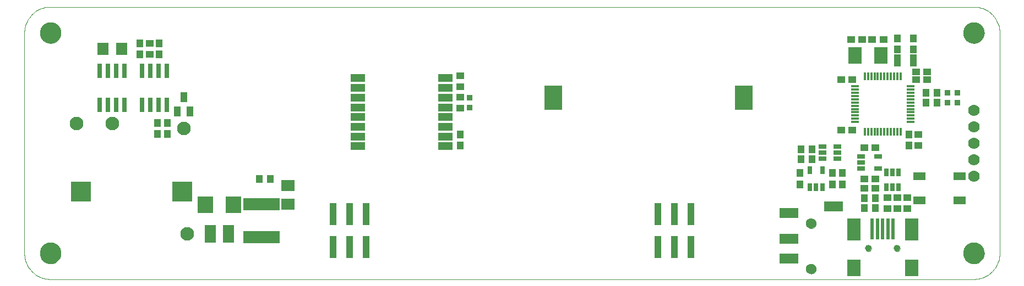
<source format=gts>
G75*
G70*
%OFA0B0*%
%FSLAX24Y24*%
%IPPOS*%
%LPD*%
%AMOC8*
5,1,8,0,0,1.08239X$1,22.5*
%
%ADD10C,0.0000*%
%ADD11C,0.1300*%
%ADD12R,0.0473X0.0434*%
%ADD13R,0.0434X0.0473*%
%ADD14R,0.0355X0.0355*%
%ADD15R,0.0827X0.1024*%
%ADD16R,0.0827X0.1339*%
%ADD17R,0.0237X0.1260*%
%ADD18C,0.0394*%
%ADD19R,0.0512X0.0257*%
%ADD20R,0.1221X0.1221*%
%ADD21R,0.0276X0.0906*%
%ADD22R,0.0434X0.0591*%
%ADD23R,0.0670X0.0750*%
%ADD24C,0.0827*%
%ADD25R,0.0946X0.1024*%
%ADD26R,0.2205X0.0768*%
%ADD27R,0.0670X0.1103*%
%ADD28R,0.0827X0.0670*%
%ADD29R,0.0749X0.0473*%
%ADD30R,0.0158X0.0512*%
%ADD31R,0.0512X0.0158*%
%ADD32C,0.0700*%
%ADD33R,0.0276X0.0512*%
%ADD34R,0.0512X0.0276*%
%ADD35R,0.1142X0.0631*%
%ADD36C,0.0631*%
%ADD37R,0.0827X0.0985*%
%ADD38R,0.0257X0.0512*%
%ADD39R,0.0434X0.0749*%
%ADD40R,0.0900X0.0460*%
%ADD41R,0.0440X0.1340*%
%ADD42R,0.1064X0.1457*%
D10*
X001725Y000937D02*
X057630Y000937D01*
X057000Y002512D02*
X057002Y002562D01*
X057008Y002612D01*
X057018Y002661D01*
X057032Y002709D01*
X057049Y002756D01*
X057070Y002801D01*
X057095Y002845D01*
X057123Y002886D01*
X057155Y002925D01*
X057189Y002962D01*
X057226Y002996D01*
X057266Y003026D01*
X057308Y003053D01*
X057352Y003077D01*
X057398Y003098D01*
X057445Y003114D01*
X057493Y003127D01*
X057543Y003136D01*
X057592Y003141D01*
X057643Y003142D01*
X057693Y003139D01*
X057742Y003132D01*
X057791Y003121D01*
X057839Y003106D01*
X057885Y003088D01*
X057930Y003066D01*
X057973Y003040D01*
X058014Y003011D01*
X058053Y002979D01*
X058089Y002944D01*
X058121Y002906D01*
X058151Y002866D01*
X058178Y002823D01*
X058201Y002779D01*
X058220Y002733D01*
X058236Y002685D01*
X058248Y002636D01*
X058256Y002587D01*
X058260Y002537D01*
X058260Y002487D01*
X058256Y002437D01*
X058248Y002388D01*
X058236Y002339D01*
X058220Y002291D01*
X058201Y002245D01*
X058178Y002201D01*
X058151Y002158D01*
X058121Y002118D01*
X058089Y002080D01*
X058053Y002045D01*
X058014Y002013D01*
X057973Y001984D01*
X057930Y001958D01*
X057885Y001936D01*
X057839Y001918D01*
X057791Y001903D01*
X057742Y001892D01*
X057693Y001885D01*
X057643Y001882D01*
X057592Y001883D01*
X057543Y001888D01*
X057493Y001897D01*
X057445Y001910D01*
X057398Y001926D01*
X057352Y001947D01*
X057308Y001971D01*
X057266Y001998D01*
X057226Y002028D01*
X057189Y002062D01*
X057155Y002099D01*
X057123Y002138D01*
X057095Y002179D01*
X057070Y002223D01*
X057049Y002268D01*
X057032Y002315D01*
X057018Y002363D01*
X057008Y002412D01*
X057002Y002462D01*
X057000Y002512D01*
X057630Y000937D02*
X057707Y000939D01*
X057784Y000945D01*
X057861Y000954D01*
X057937Y000967D01*
X058013Y000984D01*
X058087Y001005D01*
X058161Y001029D01*
X058233Y001057D01*
X058303Y001088D01*
X058372Y001123D01*
X058440Y001161D01*
X058505Y001202D01*
X058568Y001247D01*
X058629Y001295D01*
X058688Y001345D01*
X058744Y001398D01*
X058797Y001454D01*
X058847Y001513D01*
X058895Y001574D01*
X058940Y001637D01*
X058981Y001702D01*
X059019Y001770D01*
X059054Y001839D01*
X059085Y001909D01*
X059113Y001981D01*
X059137Y002055D01*
X059158Y002129D01*
X059175Y002205D01*
X059188Y002281D01*
X059197Y002358D01*
X059203Y002435D01*
X059205Y002512D01*
X059205Y015898D01*
X057000Y015898D02*
X057002Y015948D01*
X057008Y015998D01*
X057018Y016047D01*
X057032Y016095D01*
X057049Y016142D01*
X057070Y016187D01*
X057095Y016231D01*
X057123Y016272D01*
X057155Y016311D01*
X057189Y016348D01*
X057226Y016382D01*
X057266Y016412D01*
X057308Y016439D01*
X057352Y016463D01*
X057398Y016484D01*
X057445Y016500D01*
X057493Y016513D01*
X057543Y016522D01*
X057592Y016527D01*
X057643Y016528D01*
X057693Y016525D01*
X057742Y016518D01*
X057791Y016507D01*
X057839Y016492D01*
X057885Y016474D01*
X057930Y016452D01*
X057973Y016426D01*
X058014Y016397D01*
X058053Y016365D01*
X058089Y016330D01*
X058121Y016292D01*
X058151Y016252D01*
X058178Y016209D01*
X058201Y016165D01*
X058220Y016119D01*
X058236Y016071D01*
X058248Y016022D01*
X058256Y015973D01*
X058260Y015923D01*
X058260Y015873D01*
X058256Y015823D01*
X058248Y015774D01*
X058236Y015725D01*
X058220Y015677D01*
X058201Y015631D01*
X058178Y015587D01*
X058151Y015544D01*
X058121Y015504D01*
X058089Y015466D01*
X058053Y015431D01*
X058014Y015399D01*
X057973Y015370D01*
X057930Y015344D01*
X057885Y015322D01*
X057839Y015304D01*
X057791Y015289D01*
X057742Y015278D01*
X057693Y015271D01*
X057643Y015268D01*
X057592Y015269D01*
X057543Y015274D01*
X057493Y015283D01*
X057445Y015296D01*
X057398Y015312D01*
X057352Y015333D01*
X057308Y015357D01*
X057266Y015384D01*
X057226Y015414D01*
X057189Y015448D01*
X057155Y015485D01*
X057123Y015524D01*
X057095Y015565D01*
X057070Y015609D01*
X057049Y015654D01*
X057032Y015701D01*
X057018Y015749D01*
X057008Y015798D01*
X057002Y015848D01*
X057000Y015898D01*
X057630Y017473D02*
X057707Y017471D01*
X057784Y017465D01*
X057861Y017456D01*
X057937Y017443D01*
X058013Y017426D01*
X058087Y017405D01*
X058161Y017381D01*
X058233Y017353D01*
X058303Y017322D01*
X058372Y017287D01*
X058440Y017249D01*
X058505Y017208D01*
X058568Y017163D01*
X058629Y017115D01*
X058688Y017065D01*
X058744Y017012D01*
X058797Y016956D01*
X058847Y016897D01*
X058895Y016836D01*
X058940Y016773D01*
X058981Y016708D01*
X059019Y016640D01*
X059054Y016571D01*
X059085Y016501D01*
X059113Y016429D01*
X059137Y016355D01*
X059158Y016281D01*
X059175Y016205D01*
X059188Y016129D01*
X059197Y016052D01*
X059203Y015975D01*
X059205Y015898D01*
X057630Y017473D02*
X001725Y017473D01*
X001095Y015898D02*
X001097Y015948D01*
X001103Y015998D01*
X001113Y016047D01*
X001127Y016095D01*
X001144Y016142D01*
X001165Y016187D01*
X001190Y016231D01*
X001218Y016272D01*
X001250Y016311D01*
X001284Y016348D01*
X001321Y016382D01*
X001361Y016412D01*
X001403Y016439D01*
X001447Y016463D01*
X001493Y016484D01*
X001540Y016500D01*
X001588Y016513D01*
X001638Y016522D01*
X001687Y016527D01*
X001738Y016528D01*
X001788Y016525D01*
X001837Y016518D01*
X001886Y016507D01*
X001934Y016492D01*
X001980Y016474D01*
X002025Y016452D01*
X002068Y016426D01*
X002109Y016397D01*
X002148Y016365D01*
X002184Y016330D01*
X002216Y016292D01*
X002246Y016252D01*
X002273Y016209D01*
X002296Y016165D01*
X002315Y016119D01*
X002331Y016071D01*
X002343Y016022D01*
X002351Y015973D01*
X002355Y015923D01*
X002355Y015873D01*
X002351Y015823D01*
X002343Y015774D01*
X002331Y015725D01*
X002315Y015677D01*
X002296Y015631D01*
X002273Y015587D01*
X002246Y015544D01*
X002216Y015504D01*
X002184Y015466D01*
X002148Y015431D01*
X002109Y015399D01*
X002068Y015370D01*
X002025Y015344D01*
X001980Y015322D01*
X001934Y015304D01*
X001886Y015289D01*
X001837Y015278D01*
X001788Y015271D01*
X001738Y015268D01*
X001687Y015269D01*
X001638Y015274D01*
X001588Y015283D01*
X001540Y015296D01*
X001493Y015312D01*
X001447Y015333D01*
X001403Y015357D01*
X001361Y015384D01*
X001321Y015414D01*
X001284Y015448D01*
X001250Y015485D01*
X001218Y015524D01*
X001190Y015565D01*
X001165Y015609D01*
X001144Y015654D01*
X001127Y015701D01*
X001113Y015749D01*
X001103Y015798D01*
X001097Y015848D01*
X001095Y015898D01*
X000150Y015898D02*
X000152Y015975D01*
X000158Y016052D01*
X000167Y016129D01*
X000180Y016205D01*
X000197Y016281D01*
X000218Y016355D01*
X000242Y016429D01*
X000270Y016501D01*
X000301Y016571D01*
X000336Y016640D01*
X000374Y016708D01*
X000415Y016773D01*
X000460Y016836D01*
X000508Y016897D01*
X000558Y016956D01*
X000611Y017012D01*
X000667Y017065D01*
X000726Y017115D01*
X000787Y017163D01*
X000850Y017208D01*
X000915Y017249D01*
X000983Y017287D01*
X001052Y017322D01*
X001122Y017353D01*
X001194Y017381D01*
X001268Y017405D01*
X001342Y017426D01*
X001418Y017443D01*
X001494Y017456D01*
X001571Y017465D01*
X001648Y017471D01*
X001725Y017473D01*
X000150Y015898D02*
X000150Y002512D01*
X001095Y002512D02*
X001097Y002562D01*
X001103Y002612D01*
X001113Y002661D01*
X001127Y002709D01*
X001144Y002756D01*
X001165Y002801D01*
X001190Y002845D01*
X001218Y002886D01*
X001250Y002925D01*
X001284Y002962D01*
X001321Y002996D01*
X001361Y003026D01*
X001403Y003053D01*
X001447Y003077D01*
X001493Y003098D01*
X001540Y003114D01*
X001588Y003127D01*
X001638Y003136D01*
X001687Y003141D01*
X001738Y003142D01*
X001788Y003139D01*
X001837Y003132D01*
X001886Y003121D01*
X001934Y003106D01*
X001980Y003088D01*
X002025Y003066D01*
X002068Y003040D01*
X002109Y003011D01*
X002148Y002979D01*
X002184Y002944D01*
X002216Y002906D01*
X002246Y002866D01*
X002273Y002823D01*
X002296Y002779D01*
X002315Y002733D01*
X002331Y002685D01*
X002343Y002636D01*
X002351Y002587D01*
X002355Y002537D01*
X002355Y002487D01*
X002351Y002437D01*
X002343Y002388D01*
X002331Y002339D01*
X002315Y002291D01*
X002296Y002245D01*
X002273Y002201D01*
X002246Y002158D01*
X002216Y002118D01*
X002184Y002080D01*
X002148Y002045D01*
X002109Y002013D01*
X002068Y001984D01*
X002025Y001958D01*
X001980Y001936D01*
X001934Y001918D01*
X001886Y001903D01*
X001837Y001892D01*
X001788Y001885D01*
X001738Y001882D01*
X001687Y001883D01*
X001638Y001888D01*
X001588Y001897D01*
X001540Y001910D01*
X001493Y001926D01*
X001447Y001947D01*
X001403Y001971D01*
X001361Y001998D01*
X001321Y002028D01*
X001284Y002062D01*
X001250Y002099D01*
X001218Y002138D01*
X001190Y002179D01*
X001165Y002223D01*
X001144Y002268D01*
X001127Y002315D01*
X001113Y002363D01*
X001103Y002412D01*
X001097Y002462D01*
X001095Y002512D01*
X000150Y002512D02*
X000152Y002435D01*
X000158Y002358D01*
X000167Y002281D01*
X000180Y002205D01*
X000197Y002129D01*
X000218Y002055D01*
X000242Y001981D01*
X000270Y001909D01*
X000301Y001839D01*
X000336Y001770D01*
X000374Y001702D01*
X000415Y001637D01*
X000460Y001574D01*
X000508Y001513D01*
X000558Y001454D01*
X000611Y001398D01*
X000667Y001345D01*
X000726Y001295D01*
X000787Y001247D01*
X000850Y001202D01*
X000915Y001161D01*
X000983Y001123D01*
X001052Y001088D01*
X001122Y001057D01*
X001194Y001029D01*
X001268Y001005D01*
X001342Y000984D01*
X001418Y000967D01*
X001494Y000954D01*
X001571Y000945D01*
X001648Y000939D01*
X001725Y000937D01*
X047493Y001567D02*
X047495Y001601D01*
X047501Y001635D01*
X047511Y001668D01*
X047524Y001699D01*
X047542Y001729D01*
X047562Y001757D01*
X047586Y001782D01*
X047612Y001804D01*
X047640Y001822D01*
X047671Y001838D01*
X047703Y001850D01*
X047737Y001858D01*
X047771Y001862D01*
X047805Y001862D01*
X047839Y001858D01*
X047873Y001850D01*
X047905Y001838D01*
X047935Y001822D01*
X047964Y001804D01*
X047990Y001782D01*
X048014Y001757D01*
X048034Y001729D01*
X048052Y001699D01*
X048065Y001668D01*
X048075Y001635D01*
X048081Y001601D01*
X048083Y001567D01*
X048081Y001533D01*
X048075Y001499D01*
X048065Y001466D01*
X048052Y001435D01*
X048034Y001405D01*
X048014Y001377D01*
X047990Y001352D01*
X047964Y001330D01*
X047936Y001312D01*
X047905Y001296D01*
X047873Y001284D01*
X047839Y001276D01*
X047805Y001272D01*
X047771Y001272D01*
X047737Y001276D01*
X047703Y001284D01*
X047671Y001296D01*
X047640Y001312D01*
X047612Y001330D01*
X047586Y001352D01*
X047562Y001377D01*
X047542Y001405D01*
X047524Y001435D01*
X047511Y001466D01*
X047501Y001499D01*
X047495Y001533D01*
X047493Y001567D01*
X051075Y002807D02*
X051077Y002833D01*
X051083Y002859D01*
X051093Y002884D01*
X051106Y002907D01*
X051122Y002927D01*
X051142Y002945D01*
X051164Y002960D01*
X051187Y002972D01*
X051213Y002980D01*
X051239Y002984D01*
X051265Y002984D01*
X051291Y002980D01*
X051317Y002972D01*
X051341Y002960D01*
X051362Y002945D01*
X051382Y002927D01*
X051398Y002907D01*
X051411Y002884D01*
X051421Y002859D01*
X051427Y002833D01*
X051429Y002807D01*
X051427Y002781D01*
X051421Y002755D01*
X051411Y002730D01*
X051398Y002707D01*
X051382Y002687D01*
X051362Y002669D01*
X051340Y002654D01*
X051317Y002642D01*
X051291Y002634D01*
X051265Y002630D01*
X051239Y002630D01*
X051213Y002634D01*
X051187Y002642D01*
X051163Y002654D01*
X051142Y002669D01*
X051122Y002687D01*
X051106Y002707D01*
X051093Y002730D01*
X051083Y002755D01*
X051077Y002781D01*
X051075Y002807D01*
X052808Y002807D02*
X052810Y002833D01*
X052816Y002859D01*
X052826Y002884D01*
X052839Y002907D01*
X052855Y002927D01*
X052875Y002945D01*
X052897Y002960D01*
X052920Y002972D01*
X052946Y002980D01*
X052972Y002984D01*
X052998Y002984D01*
X053024Y002980D01*
X053050Y002972D01*
X053074Y002960D01*
X053095Y002945D01*
X053115Y002927D01*
X053131Y002907D01*
X053144Y002884D01*
X053154Y002859D01*
X053160Y002833D01*
X053162Y002807D01*
X053160Y002781D01*
X053154Y002755D01*
X053144Y002730D01*
X053131Y002707D01*
X053115Y002687D01*
X053095Y002669D01*
X053073Y002654D01*
X053050Y002642D01*
X053024Y002634D01*
X052998Y002630D01*
X052972Y002630D01*
X052946Y002634D01*
X052920Y002642D01*
X052896Y002654D01*
X052875Y002669D01*
X052855Y002687D01*
X052839Y002707D01*
X052826Y002730D01*
X052816Y002755D01*
X052810Y002781D01*
X052808Y002807D01*
X047493Y004323D02*
X047495Y004357D01*
X047501Y004391D01*
X047511Y004424D01*
X047524Y004455D01*
X047542Y004485D01*
X047562Y004513D01*
X047586Y004538D01*
X047612Y004560D01*
X047640Y004578D01*
X047671Y004594D01*
X047703Y004606D01*
X047737Y004614D01*
X047771Y004618D01*
X047805Y004618D01*
X047839Y004614D01*
X047873Y004606D01*
X047905Y004594D01*
X047935Y004578D01*
X047964Y004560D01*
X047990Y004538D01*
X048014Y004513D01*
X048034Y004485D01*
X048052Y004455D01*
X048065Y004424D01*
X048075Y004391D01*
X048081Y004357D01*
X048083Y004323D01*
X048081Y004289D01*
X048075Y004255D01*
X048065Y004222D01*
X048052Y004191D01*
X048034Y004161D01*
X048014Y004133D01*
X047990Y004108D01*
X047964Y004086D01*
X047936Y004068D01*
X047905Y004052D01*
X047873Y004040D01*
X047839Y004032D01*
X047805Y004028D01*
X047771Y004028D01*
X047737Y004032D01*
X047703Y004040D01*
X047671Y004052D01*
X047640Y004068D01*
X047612Y004086D01*
X047586Y004108D01*
X047562Y004133D01*
X047542Y004161D01*
X047524Y004191D01*
X047511Y004222D01*
X047501Y004255D01*
X047495Y004289D01*
X047493Y004323D01*
D11*
X057630Y002512D03*
X057630Y015898D03*
X001725Y015898D03*
X001725Y002512D03*
D12*
X026528Y011331D03*
X026528Y012000D03*
X026528Y012611D03*
X026528Y013280D03*
X007729Y014579D03*
X007729Y015248D03*
X049619Y013044D03*
X050288Y013044D03*
X054146Y013044D03*
X054815Y013044D03*
X054815Y013536D03*
X054146Y013536D03*
X052158Y015504D03*
X051489Y015504D03*
X050878Y015504D03*
X050209Y015504D03*
X050288Y009993D03*
X049619Y009993D03*
X050996Y008910D03*
X051666Y008910D03*
X054284Y009067D03*
X054284Y009737D03*
X051666Y007040D03*
X050996Y007040D03*
X050996Y006449D03*
X051666Y006449D03*
X052414Y005898D03*
X053004Y005898D03*
X053595Y005898D03*
X053595Y005229D03*
X053004Y005229D03*
X052414Y005229D03*
D13*
X051666Y005268D03*
X050996Y005268D03*
X050996Y005859D03*
X051666Y005859D03*
X049658Y006705D03*
X049067Y006705D03*
X049067Y007374D03*
X049658Y007374D03*
X047099Y007374D03*
X047099Y006705D03*
X047158Y008221D03*
X047827Y008221D03*
X047827Y008811D03*
X047158Y008811D03*
X053693Y009067D03*
X053693Y009737D03*
X054737Y011666D03*
X055406Y011666D03*
X055406Y012256D03*
X054737Y012256D03*
X053989Y014874D03*
X053004Y014874D03*
X053004Y015544D03*
X053989Y015544D03*
X026528Y009737D03*
X026528Y009067D03*
X015052Y007040D03*
X014382Y007040D03*
X008811Y009756D03*
X008221Y009756D03*
X008221Y010426D03*
X008811Y010426D03*
X008319Y014579D03*
X007138Y014579D03*
X007138Y015248D03*
X008319Y015248D03*
D14*
X027119Y011961D03*
X027119Y011370D03*
X056056Y011666D03*
X056646Y011666D03*
X056646Y012256D03*
X056056Y012256D03*
D15*
X053870Y001626D03*
X050367Y001626D03*
D16*
X050367Y003949D03*
X053870Y003949D03*
D17*
X052748Y003989D03*
X052433Y003989D03*
X052119Y003989D03*
X051804Y003989D03*
X051489Y003989D03*
D18*
X051252Y002807D03*
X052985Y002807D03*
D19*
X051843Y007650D03*
X050819Y007650D03*
X050819Y008024D03*
X050819Y008398D03*
X051843Y008398D03*
D20*
X009717Y006252D03*
X003575Y006252D03*
D21*
X004715Y011528D03*
X005215Y011528D03*
X005715Y011528D03*
X006215Y011528D03*
X007274Y011528D03*
X007774Y011528D03*
X008274Y011528D03*
X008774Y011528D03*
X008774Y013575D03*
X008274Y013575D03*
X007774Y013575D03*
X007274Y013575D03*
X006215Y013575D03*
X005715Y013575D03*
X005215Y013575D03*
X004715Y013575D03*
D22*
X009796Y012000D03*
X010170Y011134D03*
X009422Y011134D03*
D23*
X006025Y014914D03*
X004905Y014914D03*
D24*
X005465Y010386D03*
X003300Y010386D03*
X009796Y010091D03*
X009993Y003693D03*
D25*
X011115Y005465D03*
X012807Y005465D03*
D26*
X014520Y005485D03*
X014520Y003477D03*
D27*
X012512Y003693D03*
X011410Y003693D03*
D28*
X016095Y005504D03*
X016095Y006607D03*
D29*
X054343Y007178D03*
X056784Y007178D03*
X056784Y005721D03*
X054343Y005721D03*
D30*
X053201Y009894D03*
X053004Y009894D03*
X052807Y009894D03*
X052611Y009894D03*
X052414Y009894D03*
X052217Y009894D03*
X052020Y009894D03*
X051823Y009894D03*
X051626Y009894D03*
X051430Y009894D03*
X051233Y009894D03*
X051036Y009894D03*
X051036Y013241D03*
X051233Y013241D03*
X051430Y013241D03*
X051626Y013241D03*
X051823Y013241D03*
X052020Y013241D03*
X052217Y013241D03*
X052414Y013241D03*
X052611Y013241D03*
X052807Y013241D03*
X053004Y013241D03*
X053201Y013241D03*
D31*
X053792Y012650D03*
X053792Y012453D03*
X053792Y012256D03*
X053792Y012059D03*
X053792Y011863D03*
X053792Y011666D03*
X053792Y011469D03*
X053792Y011272D03*
X053792Y011075D03*
X053792Y010878D03*
X053792Y010681D03*
X053792Y010485D03*
X050445Y010485D03*
X050445Y010681D03*
X050445Y010878D03*
X050445Y011075D03*
X050445Y011272D03*
X050445Y011469D03*
X050445Y011666D03*
X050445Y011863D03*
X050445Y012059D03*
X050445Y012256D03*
X050445Y012453D03*
X050445Y012650D03*
D32*
X057630Y011205D03*
X057630Y010205D03*
X057630Y009205D03*
X057630Y008205D03*
X057630Y007205D03*
D33*
X053083Y007433D03*
X052709Y007433D03*
X052335Y007433D03*
X052335Y006528D03*
X052709Y006528D03*
X053083Y006528D03*
D34*
X049382Y008241D03*
X049382Y008615D03*
X048477Y008615D03*
X048477Y008241D03*
X048477Y008989D03*
X049382Y008989D03*
D35*
X049126Y005347D03*
X046449Y004953D03*
X046449Y003378D03*
X046449Y002197D03*
D36*
X047788Y001567D03*
X047788Y004323D03*
D37*
X050445Y014520D03*
X052020Y014520D03*
D38*
X048457Y007552D03*
X047709Y007552D03*
X047709Y006528D03*
X048083Y006528D03*
X048457Y006528D03*
D39*
X053004Y014225D03*
X053989Y014225D03*
D40*
X025642Y013142D03*
X025642Y012552D03*
X025642Y011961D03*
X025642Y011370D03*
X025642Y010780D03*
X025642Y010189D03*
X025642Y009599D03*
X025642Y009008D03*
X020327Y009008D03*
X020327Y009599D03*
X020327Y010189D03*
X020327Y010780D03*
X020327Y011370D03*
X020327Y011961D03*
X020327Y012552D03*
X020327Y013142D03*
D41*
X019835Y004890D03*
X018835Y004890D03*
X020835Y004890D03*
X020835Y002890D03*
X019835Y002890D03*
X018835Y002890D03*
X038520Y002890D03*
X039520Y002890D03*
X040520Y002890D03*
X040520Y004890D03*
X039520Y004890D03*
X038520Y004890D03*
D42*
X043713Y011961D03*
X032178Y011961D03*
M02*

</source>
